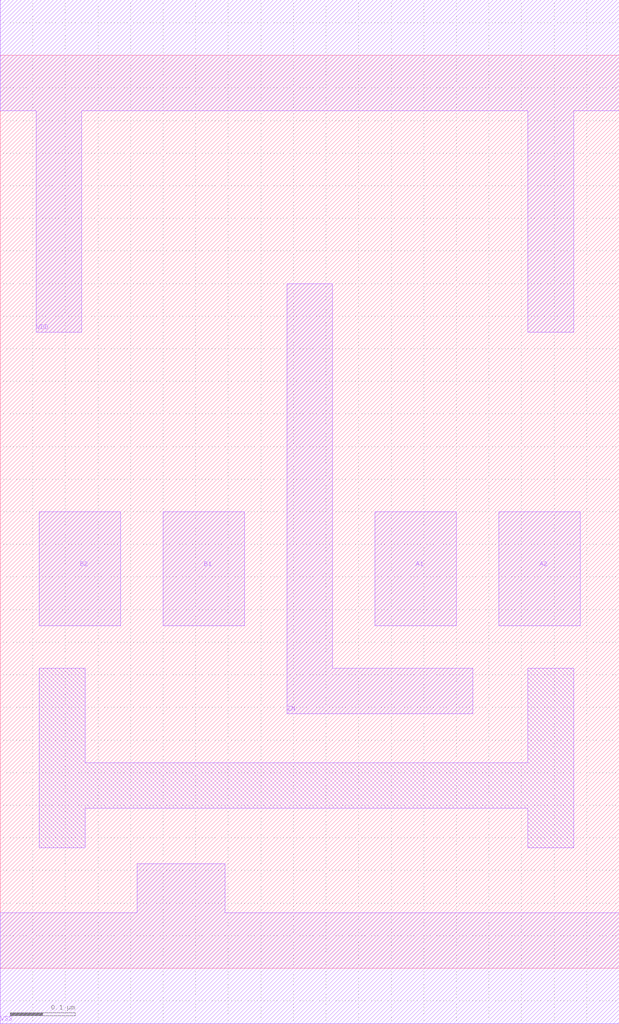
<source format=lef>
# 
# ******************************************************************************
# *                                                                            *
# *                   Copyright (C) 2004-2010, Nangate Inc.                    *
# *                           All rights reserved.                             *
# *                                                                            *
# * Nangate and the Nangate logo are trademarks of Nangate Inc.                *
# *                                                                            *
# * All trademarks, logos, software marks, and trade names (collectively the   *
# * "Marks") in this program are proprietary to Nangate or other respective    *
# * owners that have granted Nangate the right and license to use such Marks.  *
# * You are not permitted to use the Marks without the prior written consent   *
# * of Nangate or such third party that may own the Marks.                     *
# *                                                                            *
# * This file has been provided pursuant to a License Agreement containing     *
# * restrictions on its use. This file contains valuable trade secrets and     *
# * proprietary information of Nangate Inc., and is protected by U.S. and      *
# * international laws and/or treaties.                                        *
# *                                                                            *
# * The copyright notice(s) in this file does not indicate actual or intended  *
# * publication of this file.                                                  *
# *                                                                            *
# *     NGLibraryCreator, v2010.08-HR32-SP3-2010-08-05 - build 1009061800      *
# *                                                                            *
# ******************************************************************************
# 
# 
# Running on brazil06.nangate.com.br for user Giancarlo Franciscatto (gfr).
# Local time is now Fri, 3 Dec 2010, 19:32:18.
# Main process id is 27821.

VERSION 5.6 ;
BUSBITCHARS "[]" ;
DIVIDERCHAR "/" ;

MACRO OAI22_X1
  CLASS core ;
  FOREIGN OAI22_X1 0.0 0.0 ;
  ORIGIN 0 0 ;
  SYMMETRY X Y ;
  SITE FreePDK45_38x28_10R_NP_162NW_34O ;
  SIZE 0.95 BY 1.4 ;
  PIN A1
    DIRECTION INPUT ;
    ANTENNAPARTIALMETALAREA 0.021875 LAYER metal1 ;
    ANTENNAPARTIALMETALSIDEAREA 0.078 LAYER metal1 ;
    ANTENNAGATEAREA 0.05225 ;
    PORT
      LAYER metal1 ;
        POLYGON 0.575 0.525 0.7 0.525 0.7 0.7 0.575 0.7  ;
    END
  END A1
  PIN A2
    DIRECTION INPUT ;
    ANTENNAPARTIALMETALAREA 0.021875 LAYER metal1 ;
    ANTENNAPARTIALMETALSIDEAREA 0.078 LAYER metal1 ;
    ANTENNAGATEAREA 0.05225 ;
    PORT
      LAYER metal1 ;
        POLYGON 0.765 0.525 0.88 0.525 0.89 0.525 0.89 0.7 0.88 0.7 0.765 0.7  ;
    END
  END A2
  PIN B1
    DIRECTION INPUT ;
    ANTENNAPARTIALMETALAREA 0.021875 LAYER metal1 ;
    ANTENNAPARTIALMETALSIDEAREA 0.078 LAYER metal1 ;
    ANTENNAGATEAREA 0.05225 ;
    PORT
      LAYER metal1 ;
        POLYGON 0.25 0.525 0.375 0.525 0.375 0.7 0.25 0.7  ;
    END
  END B1
  PIN B2
    DIRECTION INPUT ;
    ANTENNAPARTIALMETALAREA 0.021875 LAYER metal1 ;
    ANTENNAPARTIALMETALSIDEAREA 0.078 LAYER metal1 ;
    ANTENNAGATEAREA 0.05225 ;
    PORT
      LAYER metal1 ;
        POLYGON 0.06 0.525 0.185 0.525 0.185 0.7 0.06 0.7  ;
    END
  END B2
  PIN ZN
    DIRECTION OUTPUT ;
    ANTENNAPARTIALMETALAREA 0.06125 LAYER metal1 ;
    ANTENNAPARTIALMETALSIDEAREA 0.2457 LAYER metal1 ;
    ANTENNADIFFAREA 0.1463 ;
    PORT
      LAYER metal1 ;
        POLYGON 0.44 0.39 0.725 0.39 0.725 0.46 0.51 0.46 0.51 1.05 0.44 1.05  ;
    END
  END ZN
  PIN VDD
    DIRECTION INOUT ;
    USE power ;
    SHAPE ABUTMENT ;
    PORT
      LAYER metal1 ;
        POLYGON 0 1.315 0.055 1.315 0.055 0.975 0.125 0.975 0.125 1.315 0.81 1.315 0.81 0.975 0.88 0.975 0.88 1.315 0.95 1.315 0.95 1.485 0.88 1.485 0 1.485  ;
    END
  END VDD
  PIN VSS
    DIRECTION INOUT ;
    USE ground ;
    SHAPE ABUTMENT ;
    PORT
      LAYER metal1 ;
        POLYGON 0 -0.085 0.95 -0.085 0.95 0.085 0.345 0.085 0.345 0.16 0.21 0.16 0.21 0.085 0 0.085  ;
    END
  END VSS
  OBS
      LAYER metal1 ;
        POLYGON 0.06 0.185 0.13 0.185 0.13 0.245 0.81 0.245 0.81 0.185 0.88 0.185 0.88 0.46 0.81 0.46 0.81 0.315 0.13 0.315 0.13 0.46 0.06 0.46  ;
  END
END OAI22_X1

END LIBRARY
#
# End of file
#

</source>
